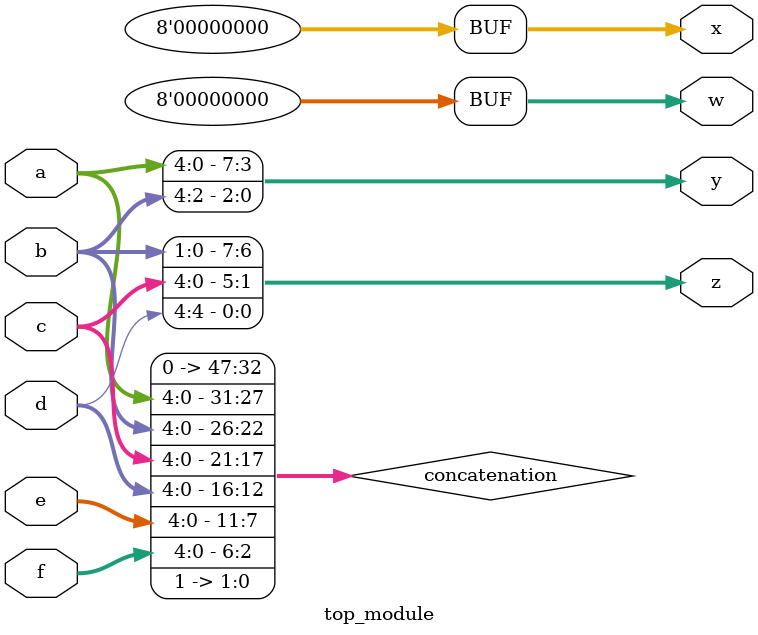
<source format=sv>
module top_module (
    input [4:0] a,
    input [4:0] b,
    input [4:0] c,
    input [4:0] d,
    input [4:0] e,
    input [4:0] f,
    output [7:0] w,
    output [7:0] x,
    output [7:0] y,
    output [7:0] z
);

    wire [47:0] concatenation;
    assign concatenation = {a, b, c, d, e, f, 2'b11};

    assign w = concatenation[47:40];
    assign x = concatenation[39:32];
    assign y = concatenation[31:24];
    assign z = concatenation[23:16];

endmodule

</source>
